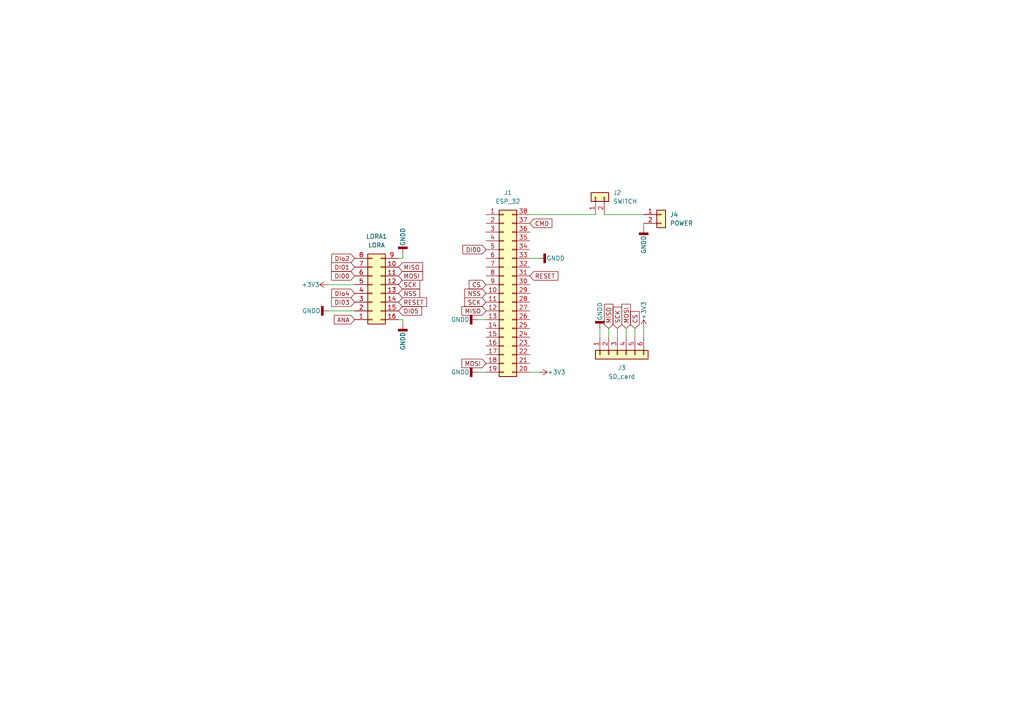
<source format=kicad_sch>
(kicad_sch (version 20211123) (generator eeschema)
  (paper "A4")
  (lib_symbols
    (symbol "Connector_Generic:Conn_01x02" (pin_names (offset 1.016) hide)
      (property "Reference" "J" (at 0 2.54 0))
      (property "Value" "Conn_01x02" (at 0 -5.08 0))
      (symbol "Conn_01x02_1_1"
        (rectangle (start -1.27 -2.413) (end 0 -2.667) (stroke (width 0.1524)))
        (rectangle (start -1.27 0.127) (end 0 -0.127) (stroke (width 0.1524)))
        (rectangle (start -1.27 1.27) (end 1.27 -3.81) (stroke (width 0.254)) (fill (type background)))
        (pin passive line (at -5.08 0 0) (length 3.81) (name "Pin_1") (number "1"))
        (pin passive line (at -5.08 -2.54 0) (length 3.81) (name "Pin_2") (number "2"))
      )
    )
    (symbol "Connector_Generic:Conn_01x06" (pin_names (offset 1.016) hide)
      (property "Reference" "J" (at 0 7.62 0))
      (property "Value" "Conn_01x06" (at 0 -10.16 0))
      (symbol "Conn_01x06_1_1"
        (rectangle (start -1.27 -7.493) (end 0 -7.747) (stroke (width 0.1524)))
        (rectangle (start -1.27 -4.953) (end 0 -5.207) (stroke (width 0.1524)))
        (rectangle (start -1.27 -2.413) (end 0 -2.667) (stroke (width 0.1524)))
        (rectangle (start -1.27 0.127) (end 0 -0.127) (stroke (width 0.1524)))
        (rectangle (start -1.27 2.667) (end 0 2.413) (stroke (width 0.1524)))
        (rectangle (start -1.27 5.207) (end 0 4.953) (stroke (width 0.1524)))
        (rectangle (start -1.27 6.35) (end 1.27 -8.89) (stroke (width 0.254)) (fill (type background)))
        (pin passive line (at -5.08 5.08 0) (length 3.81) (name "Pin_1") (number "1"))
        (pin passive line (at -5.08 2.54 0) (length 3.81) (name "Pin_2") (number "2"))
        (pin passive line (at -5.08 0 0) (length 3.81) (name "Pin_3") (number "3"))
        (pin passive line (at -5.08 -2.54 0) (length 3.81) (name "Pin_4") (number "4"))
        (pin passive line (at -5.08 -5.08 0) (length 3.81) (name "Pin_5") (number "5"))
        (pin passive line (at -5.08 -7.62 0) (length 3.81) (name "Pin_6") (number "6"))
      )
    )
    (symbol "Connector_Generic:Conn_02x08_Counter_Clockwise" (pin_names (offset 1.016) hide)
      (property "Reference" "J" (at 1.27 10.16 0))
      (property "Value" "Conn_02x08_Counter_Clockwise" (at 1.27 -12.7 0))
      (symbol "Conn_02x08_Counter_Clockwise_1_1"
        (rectangle (start -1.27 -10.033) (end 0 -10.287) (stroke (width 0.1524)))
        (rectangle (start -1.27 -7.493) (end 0 -7.747) (stroke (width 0.1524)))
        (rectangle (start -1.27 -4.953) (end 0 -5.207) (stroke (width 0.1524)))
        (rectangle (start -1.27 -2.413) (end 0 -2.667) (stroke (width 0.1524)))
        (rectangle (start -1.27 0.127) (end 0 -0.127) (stroke (width 0.1524)))
        (rectangle (start -1.27 2.667) (end 0 2.413) (stroke (width 0.1524)))
        (rectangle (start -1.27 5.207) (end 0 4.953) (stroke (width 0.1524)))
        (rectangle (start -1.27 7.747) (end 0 7.493) (stroke (width 0.1524)))
        (rectangle (start -1.27 8.89) (end 3.81 -11.43) (stroke (width 0.254)) (fill (type background)))
        (rectangle (start 3.81 -10.033) (end 2.54 -10.287) (stroke (width 0.1524)))
        (rectangle (start 3.81 -7.493) (end 2.54 -7.747) (stroke (width 0.1524)))
        (rectangle (start 3.81 -4.953) (end 2.54 -5.207) (stroke (width 0.1524)))
        (rectangle (start 3.81 -2.413) (end 2.54 -2.667) (stroke (width 0.1524)))
        (rectangle (start 3.81 0.127) (end 2.54 -0.127) (stroke (width 0.1524)))
        (rectangle (start 3.81 2.667) (end 2.54 2.413) (stroke (width 0.1524)))
        (rectangle (start 3.81 5.207) (end 2.54 4.953) (stroke (width 0.1524)))
        (rectangle (start 3.81 7.747) (end 2.54 7.493) (stroke (width 0.1524)))
        (pin passive line (at -5.08 7.62 0) (length 3.81) (name "Pin_1") (number "1"))
        (pin passive line (at 7.62 -7.62 180) (length 3.81) (name "Pin_10") (number "10"))
        (pin passive line (at 7.62 -5.08 180) (length 3.81) (name "Pin_11") (number "11"))
        (pin passive line (at 7.62 -2.54 180) (length 3.81) (name "Pin_12") (number "12"))
        (pin passive line (at 7.62 0 180) (length 3.81) (name "Pin_13") (number "13"))
        (pin passive line (at 7.62 2.54 180) (length 3.81) (name "Pin_14") (number "14"))
        (pin passive line (at 7.62 5.08 180) (length 3.81) (name "Pin_15") (number "15"))
        (pin passive line (at 7.62 7.62 180) (length 3.81) (name "Pin_16") (number "16"))
        (pin passive line (at -5.08 5.08 0) (length 3.81) (name "Pin_2") (number "2"))
        (pin passive line (at -5.08 2.54 0) (length 3.81) (name "Pin_3") (number "3"))
        (pin passive line (at -5.08 0 0) (length 3.81) (name "Pin_4") (number "4"))
        (pin passive line (at -5.08 -2.54 0) (length 3.81) (name "Pin_5") (number "5"))
        (pin passive line (at -5.08 -5.08 0) (length 3.81) (name "Pin_6") (number "6"))
        (pin passive line (at -5.08 -7.62 0) (length 3.81) (name "Pin_7") (number "7"))
        (pin passive line (at -5.08 -10.16 0) (length 3.81) (name "Pin_8") (number "8"))
        (pin passive line (at 7.62 -10.16 180) (length 3.81) (name "Pin_9") (number "9"))
      )
    )
    (symbol "Connector_Generic:Conn_02x19_Counter_Clockwise" (pin_names (offset 1.016) hide)
      (property "Reference" "J" (at 1.27 25.4 0))
      (property "Value" "Conn_02x19_Counter_Clockwise" (at 1.27 -25.4 0))
      (symbol "Conn_02x19_Counter_Clockwise_1_1"
        (rectangle (start -1.27 -22.733) (end 0 -22.987) (stroke (width 0.1524)))
        (rectangle (start -1.27 -20.193) (end 0 -20.447) (stroke (width 0.1524)))
        (rectangle (start -1.27 -17.653) (end 0 -17.907) (stroke (width 0.1524)))
        (rectangle (start -1.27 -15.113) (end 0 -15.367) (stroke (width 0.1524)))
        (rectangle (start -1.27 -12.573) (end 0 -12.827) (stroke (width 0.1524)))
        (rectangle (start -1.27 -10.033) (end 0 -10.287) (stroke (width 0.1524)))
        (rectangle (start -1.27 -7.493) (end 0 -7.747) (stroke (width 0.1524)))
        (rectangle (start -1.27 -4.953) (end 0 -5.207) (stroke (width 0.1524)))
        (rectangle (start -1.27 -2.413) (end 0 -2.667) (stroke (width 0.1524)))
        (rectangle (start -1.27 0.127) (end 0 -0.127) (stroke (width 0.1524)))
        (rectangle (start -1.27 2.667) (end 0 2.413) (stroke (width 0.1524)))
        (rectangle (start -1.27 5.207) (end 0 4.953) (stroke (width 0.1524)))
        (rectangle (start -1.27 7.747) (end 0 7.493) (stroke (width 0.1524)))
        (rectangle (start -1.27 10.287) (end 0 10.033) (stroke (width 0.1524)))
        (rectangle (start -1.27 12.827) (end 0 12.573) (stroke (width 0.1524)))
        (rectangle (start -1.27 15.367) (end 0 15.113) (stroke (width 0.1524)))
        (rectangle (start -1.27 17.907) (end 0 17.653) (stroke (width 0.1524)))
        (rectangle (start -1.27 20.447) (end 0 20.193) (stroke (width 0.1524)))
        (rectangle (start -1.27 22.987) (end 0 22.733) (stroke (width 0.1524)))
        (rectangle (start -1.27 24.13) (end 3.81 -24.13) (stroke (width 0.254)) (fill (type background)))
        (rectangle (start 3.81 -22.733) (end 2.54 -22.987) (stroke (width 0.1524)))
        (rectangle (start 3.81 -20.193) (end 2.54 -20.447) (stroke (width 0.1524)))
        (rectangle (start 3.81 -17.653) (end 2.54 -17.907) (stroke (width 0.1524)))
        (rectangle (start 3.81 -15.113) (end 2.54 -15.367) (stroke (width 0.1524)))
        (rectangle (start 3.81 -12.573) (end 2.54 -12.827) (stroke (width 0.1524)))
        (rectangle (start 3.81 -10.033) (end 2.54 -10.287) (stroke (width 0.1524)))
        (rectangle (start 3.81 -7.493) (end 2.54 -7.747) (stroke (width 0.1524)))
        (rectangle (start 3.81 -4.953) (end 2.54 -5.207) (stroke (width 0.1524)))
        (rectangle (start 3.81 -2.413) (end 2.54 -2.667) (stroke (width 0.1524)))
        (rectangle (start 3.81 0.127) (end 2.54 -0.127) (stroke (width 0.1524)))
        (rectangle (start 3.81 2.667) (end 2.54 2.413) (stroke (width 0.1524)))
        (rectangle (start 3.81 5.207) (end 2.54 4.953) (stroke (width 0.1524)))
        (rectangle (start 3.81 7.747) (end 2.54 7.493) (stroke (width 0.1524)))
        (rectangle (start 3.81 10.287) (end 2.54 10.033) (stroke (width 0.1524)))
        (rectangle (start 3.81 12.827) (end 2.54 12.573) (stroke (width 0.1524)))
        (rectangle (start 3.81 15.367) (end 2.54 15.113) (stroke (width 0.1524)))
        (rectangle (start 3.81 17.907) (end 2.54 17.653) (stroke (width 0.1524)))
        (rectangle (start 3.81 20.447) (end 2.54 20.193) (stroke (width 0.1524)))
        (rectangle (start 3.81 22.987) (end 2.54 22.733) (stroke (width 0.1524)))
        (pin passive line (at -5.08 22.86 0) (length 3.81) (name "Pin_1") (number "1"))
        (pin passive line (at -5.08 0 0) (length 3.81) (name "Pin_10") (number "10"))
        (pin passive line (at -5.08 -2.54 0) (length 3.81) (name "Pin_11") (number "11"))
        (pin passive line (at -5.08 -5.08 0) (length 3.81) (name "Pin_12") (number "12"))
        (pin passive line (at -5.08 -7.62 0) (length 3.81) (name "Pin_13") (number "13"))
        (pin passive line (at -5.08 -10.16 0) (length 3.81) (name "Pin_14") (number "14"))
        (pin passive line (at -5.08 -12.7 0) (length 3.81) (name "Pin_15") (number "15"))
        (pin passive line (at -5.08 -15.24 0) (length 3.81) (name "Pin_16") (number "16"))
        (pin passive line (at -5.08 -17.78 0) (length 3.81) (name "Pin_17") (number "17"))
        (pin passive line (at -5.08 -20.32 0) (length 3.81) (name "Pin_18") (number "18"))
        (pin passive line (at -5.08 -22.86 0) (length 3.81) (name "Pin_19") (number "19"))
        (pin passive line (at -5.08 20.32 0) (length 3.81) (name "Pin_2") (number "2"))
        (pin passive line (at 7.62 -22.86 180) (length 3.81) (name "Pin_20") (number "20"))
        (pin passive line (at 7.62 -20.32 180) (length 3.81) (name "Pin_21") (number "21"))
        (pin passive line (at 7.62 -17.78 180) (length 3.81) (name "Pin_22") (number "22"))
        (pin passive line (at 7.62 -15.24 180) (length 3.81) (name "Pin_23") (number "23"))
        (pin passive line (at 7.62 -12.7 180) (length 3.81) (name "Pin_24") (number "24"))
        (pin passive line (at 7.62 -10.16 180) (length 3.81) (name "Pin_25") (number "25"))
        (pin passive line (at 7.62 -7.62 180) (length 3.81) (name "Pin_26") (number "26"))
        (pin passive line (at 7.62 -5.08 180) (length 3.81) (name "Pin_27") (number "27"))
        (pin passive line (at 7.62 -2.54 180) (length 3.81) (name "Pin_28") (number "28"))
        (pin passive line (at 7.62 0 180) (length 3.81) (name "Pin_29") (number "29"))
        (pin passive line (at -5.08 17.78 0) (length 3.81) (name "Pin_3") (number "3"))
        (pin passive line (at 7.62 2.54 180) (length 3.81) (name "Pin_30") (number "30"))
        (pin passive line (at 7.62 5.08 180) (length 3.81) (name "Pin_31") (number "31"))
        (pin passive line (at 7.62 7.62 180) (length 3.81) (name "Pin_32") (number "32"))
        (pin passive line (at 7.62 10.16 180) (length 3.81) (name "Pin_33") (number "33"))
        (pin passive line (at 7.62 12.7 180) (length 3.81) (name "Pin_34") (number "34"))
        (pin passive line (at 7.62 15.24 180) (length 3.81) (name "Pin_35") (number "35"))
        (pin passive line (at 7.62 17.78 180) (length 3.81) (name "Pin_36") (number "36"))
        (pin passive line (at 7.62 20.32 180) (length 3.81) (name "Pin_37") (number "37"))
        (pin passive line (at 7.62 22.86 180) (length 3.81) (name "Pin_38") (number "38"))
        (pin passive line (at -5.08 15.24 0) (length 3.81) (name "Pin_4") (number "4"))
        (pin passive line (at -5.08 12.7 0) (length 3.81) (name "Pin_5") (number "5"))
        (pin passive line (at -5.08 10.16 0) (length 3.81) (name "Pin_6") (number "6"))
        (pin passive line (at -5.08 7.62 0) (length 3.81) (name "Pin_7") (number "7"))
        (pin passive line (at -5.08 5.08 0) (length 3.81) (name "Pin_8") (number "8"))
        (pin passive line (at -5.08 2.54 0) (length 3.81) (name "Pin_9") (number "9"))
      )
    )
    (symbol "power:+3V3" (power) (pin_names (offset 0))
      (property "Value" "+3V3" (at 0 3.556 0))
      (symbol "+3V3_0_1"
        (polyline (pts (xy -0.762 1.27) (xy 0 2.54)))
        (polyline (pts (xy 0 0) (xy 0 2.54)))
        (polyline (pts (xy 0 2.54) (xy 0.762 1.27)))
      )
      (symbol "+3V3_1_1"
        (pin power_in line (at 0 0 90) (length 0) hide (name "+3V3") (number "1"))
      )
    )
    (symbol "power:GNDD" (power) (pin_names (offset 0))
      (property "Value" "GNDD" (at 0 -3.175 0))
      (symbol "GNDD_0_1"
        (rectangle (start -1.27 -1.524) (end 1.27 -2.032) (stroke (width 0.254)) (fill (type outline)))
        (polyline (pts (xy 0 0) (xy 0 -1.524)))
      )
      (symbol "GNDD_1_1"
        (pin power_in line (at 0 0 270) (length 0) hide (name "GNDD") (number "1"))
      )
    )
  )
  (wire (pts (xy 95.25 90.17) (xy 102.87 90.17)))
  (wire (pts (xy 116.84 74.93) (xy 115.57 74.93)))
  (wire (pts (xy 138.43 92.71) (xy 140.97 92.71)))
  (wire (pts (xy 116.84 92.71) (xy 116.84 93.98)))
  (wire (pts (xy 116.84 73.66) (xy 116.84 74.93)))
  (wire (pts (xy 153.67 107.95) (xy 156.21 107.95)))
  (wire (pts (xy 186.69 95.25) (xy 186.69 97.79)))
  (wire (pts (xy 176.53 95.25) (xy 176.53 97.79)))
  (wire (pts (xy 184.15 95.25) (xy 184.15 97.79)))
  (wire (pts (xy 153.67 62.23) (xy 172.72 62.23)))
  (wire (pts (xy 95.25 82.55) (xy 102.87 82.55)))
  (wire (pts (xy 115.57 92.71) (xy 116.84 92.71)))
  (wire (pts (xy 138.43 107.95) (xy 140.97 107.95)))
  (wire (pts (xy 179.07 95.25) (xy 179.07 97.79)))
  (wire (pts (xy 186.69 64.77) (xy 186.69 66.04)))
  (wire (pts (xy 181.61 95.25) (xy 181.61 97.79)))
  (wire (pts (xy 153.67 74.93) (xy 156.21 74.93)))
  (wire (pts (xy 173.99 95.25) (xy 173.99 97.79)))
  (wire (pts (xy 175.26 62.23) (xy 186.69 62.23)))
  (global_label "MISO" (shape input) (at 140.97 90.17 180) (property "Intersheet References" "${INTERSHEET_REFS}" (effects hide)))
  (global_label "DI00" (shape input) (at 140.97 72.39 180) (property "Intersheet References" "${INTERSHEET_REFS}" (effects hide)))
  (global_label "RESET" (shape input) (at 115.57 87.63 0) (property "Intersheet References" "${INTERSHEET_REFS}" (effects hide)))
  (global_label "MOSI" (shape input) (at 115.57 80.01 0) (property "Intersheet References" "${INTERSHEET_REFS}" (effects hide)))
  (global_label "NSS" (shape input) (at 140.97 85.09 180) (property "Intersheet References" "${INTERSHEET_REFS}" (effects hide)))
  (global_label "SCK" (shape input) (at 179.07 95.25 90) (property "Intersheet References" "${INTERSHEET_REFS}" (effects hide)))
  (global_label "MISO" (shape input) (at 176.53 95.25 90) (property "Intersheet References" "${INTERSHEET_REFS}" (effects hide)))
  (global_label "DIo2" (shape input) (at 102.87 74.93 180) (property "Intersheet References" "${INTERSHEET_REFS}" (effects hide)))
  (global_label "SCK" (shape input) (at 115.57 82.55 0) (property "Intersheet References" "${INTERSHEET_REFS}" (effects hide)))
  (global_label "RESET" (shape input) (at 153.67 80.01 0) (property "Intersheet References" "${INTERSHEET_REFS}" (effects hide)))
  (global_label "CS" (shape input) (at 140.97 82.55 180) (property "Intersheet References" "${INTERSHEET_REFS}" (effects hide)))
  (global_label "DI00" (shape input) (at 102.87 80.01 180) (property "Intersheet References" "${INTERSHEET_REFS}" (effects hide)))
  (global_label "DIo4" (shape input) (at 102.87 85.09 180) (property "Intersheet References" "${INTERSHEET_REFS}" (effects hide)))
  (global_label "DI05" (shape input) (at 115.57 90.17 0) (property "Intersheet References" "${INTERSHEET_REFS}" (effects hide)))
  (global_label "CMD" (shape input) (at 153.67 64.77 0) (property "Intersheet References" "${INTERSHEET_REFS}" (effects hide)))
  (global_label "MOSI" (shape input) (at 181.61 95.25 90) (property "Intersheet References" "${INTERSHEET_REFS}" (effects hide)))
  (global_label "ANA" (shape input) (at 102.87 92.71 180) (property "Intersheet References" "${INTERSHEET_REFS}" (effects hide)))
  (global_label "MISO" (shape input) (at 115.57 77.47 0) (property "Intersheet References" "${INTERSHEET_REFS}" (effects hide)))
  (global_label "NSS" (shape input) (at 115.57 85.09 0) (property "Intersheet References" "${INTERSHEET_REFS}" (effects hide)))
  (global_label "SCK" (shape input) (at 140.97 87.63 180) (property "Intersheet References" "${INTERSHEET_REFS}" (effects hide)))
  (global_label "DI01" (shape input) (at 102.87 77.47 180) (property "Intersheet References" "${INTERSHEET_REFS}" (effects hide)))
  (global_label "MOSI" (shape input) (at 140.97 105.41 180) (property "Intersheet References" "${INTERSHEET_REFS}" (effects hide)))
  (global_label "CS" (shape input) (at 184.15 95.25 90) (property "Intersheet References" "${INTERSHEET_REFS}" (effects hide)))
  (global_label "DI03" (shape input) (at 102.87 87.63 180) (property "Intersheet References" "${INTERSHEET_REFS}" (effects hide)))
  (symbol (lib_id "power:GNDD") (at 116.84 93.98 0) (unit 1)
    (property "Reference" "#PWR0103" (effects hide))
    (property "Value" "GNDD" (at 116.84 101.6 90) (effects (justify left)))
  )
  (symbol (lib_id "power:GNDD") (at 186.69 66.04 0) (unit 1)
    (property "Reference" "#PWR0111" (effects hide))
    (property "Value" "GNDD" (at 186.69 73.66 90) (effects (justify left)))
  )
  (symbol (lib_id "Connector_Generic:Conn_01x02") (at 172.72 57.15 90) (unit 1)
    (property "Reference" "J2" (at 177.8 55.8799 90) (effects (justify right)))
    (property "Value" "SWITCH" (at 177.8 58.4199 90) (effects (justify right)))
    (property "Footprint" "Connector_JST:JST_XH_B2B-XH-A_1x02_P2.50mm_Vertical" (effects hide))
  )
  (symbol (lib_id "power:GNDD") (at 138.43 92.71 270) (unit 1)
    (property "Reference" "#PWR0106" (effects hide))
    (property "Value" "GNDD" (at 130.81 92.71 90) (effects (justify left)))
  )
  (symbol (lib_id "power:+3V3") (at 95.25 82.55 90) (unit 1)
    (property "Reference" "#PWR0101" (effects hide))
    (property "Value" "+3V3" (at 92.71 82.55 90) (effects (justify left)))
  )
  (symbol (lib_id "power:GNDD") (at 138.43 107.95 270) (unit 1)
    (property "Reference" "#PWR0105" (effects hide))
    (property "Value" "GNDD" (at 130.81 107.95 90) (effects (justify left)))
  )
  (symbol (lib_id "power:+3V3") (at 186.69 95.25 0) (unit 1)
    (property "Reference" "#PWR0110" (effects hide))
    (property "Value" "+3V3" (at 186.69 92.71 90) (effects (justify left)))
  )
  (symbol (lib_id "Connector_Generic:Conn_02x19_Counter_Clockwise") (at 146.05 85.09 0) (unit 1)
    (property "Reference" "J1" (at 147.32 55.88 0))
    (property "Value" "ESP_32" (at 147.32 58.42 0))
    (property "Footprint" "Moje_LIB:ESP_32" (effects hide))
  )
  (symbol (lib_id "Connector_Generic:Conn_02x08_Counter_Clockwise") (at 107.95 85.09 0) (mirror x) (unit 1)
    (property "Reference" "LORA1" (at 109.22 68.58 0))
    (property "Value" "LORA" (at 109.22 71.12 0))
    (property "Footprint" "Moje_LIB:Lora deska" (effects hide))
  )
  (symbol (lib_id "power:+3V3") (at 156.21 107.95 270) (unit 1)
    (property "Reference" "#PWR0108" (effects hide))
    (property "Value" "+3V3" (at 158.75 107.95 90) (effects (justify left)))
  )
  (symbol (lib_id "power:GNDD") (at 116.84 73.66 180) (unit 1)
    (property "Reference" "#PWR0104" (effects hide))
    (property "Value" "GNDD" (at 116.84 66.04 90) (effects (justify left)))
  )
  (symbol (lib_id "Connector_Generic:Conn_01x06") (at 179.07 102.87 90) (mirror x) (unit 1)
    (property "Reference" "J3" (at 180.34 106.68 90))
    (property "Value" "SD_card" (at 180.34 109.22 90))
    (property "Footprint" "Moje_LIB:SD_Card" (effects hide))
  )
  (symbol (lib_id "power:GNDD") (at 156.21 74.93 90) (unit 1)
    (property "Reference" "#PWR0107" (effects hide))
    (property "Value" "GNDD" (at 163.83 74.93 90) (effects (justify left)))
  )
  (symbol (lib_id "Connector_Generic:Conn_01x02") (at 191.77 62.23 0) (unit 1)
    (property "Reference" "J4" (at 194.31 62.2299 0) (effects (justify left)))
    (property "Value" "POWER" (at 194.31 64.7699 0) (effects (justify left)))
    (property "Footprint" "Connector_JST:JST_XH_B2B-XH-A_1x02_P2.50mm_Vertical" (effects hide))
  )
  (symbol (lib_id "power:GNDD") (at 95.25 90.17 270) (unit 1)
    (property "Reference" "#PWR0102" (effects hide))
    (property "Value" "GNDD" (at 87.63 90.17 90) (effects (justify left)))
  )
  (symbol (lib_id "power:GNDD") (at 173.99 95.25 180) (unit 1)
    (property "Reference" "#PWR0109" (effects hide))
    (property "Value" "GNDD" (at 173.99 87.63 90) (effects (justify left)))
  )
)
</source>
